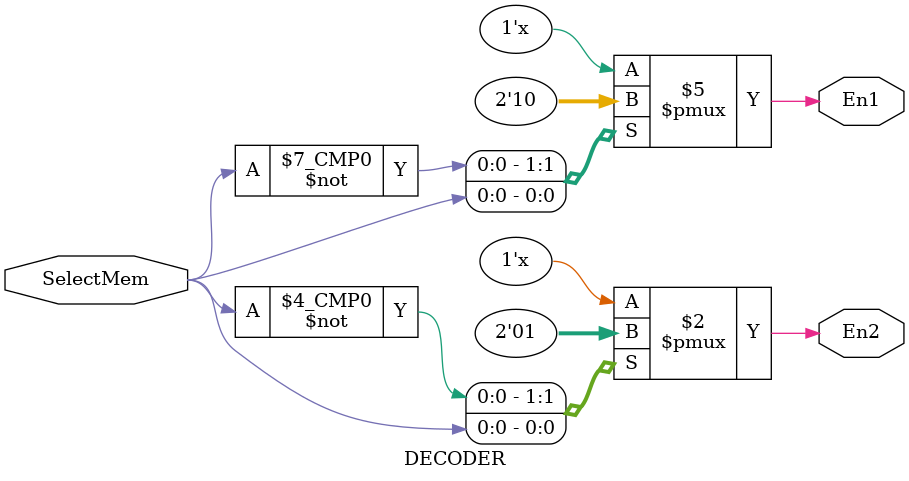
<source format=sv>
module DECODER(input logic SelectMem,
					output logic En1, En2);

always @(*) begin 
case (SelectMem)
   0: begin  
	En1<= 1;
	En2<= 0;    
   end
   1: begin
	En1<= 0;
	En2<= 1;      
   end
   default: begin
	En1<= 0;
	En2<= 0; 
	end
endcase
end	


endmodule		
</source>
